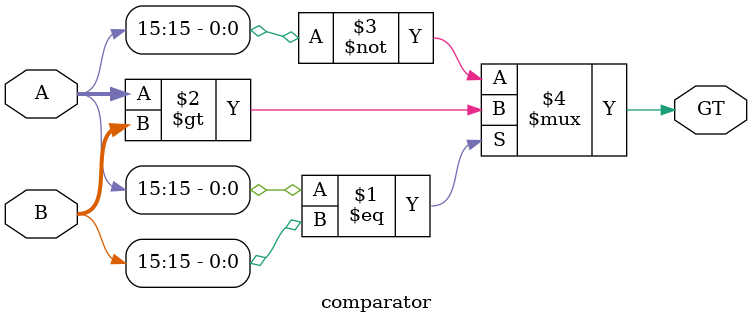
<source format=sv>
module comparator(input [15:0]A,B,output GT);
  assign#611 GT = (A[15]==B[15])? (A>B) : ~A[15];
endmodule

</source>
